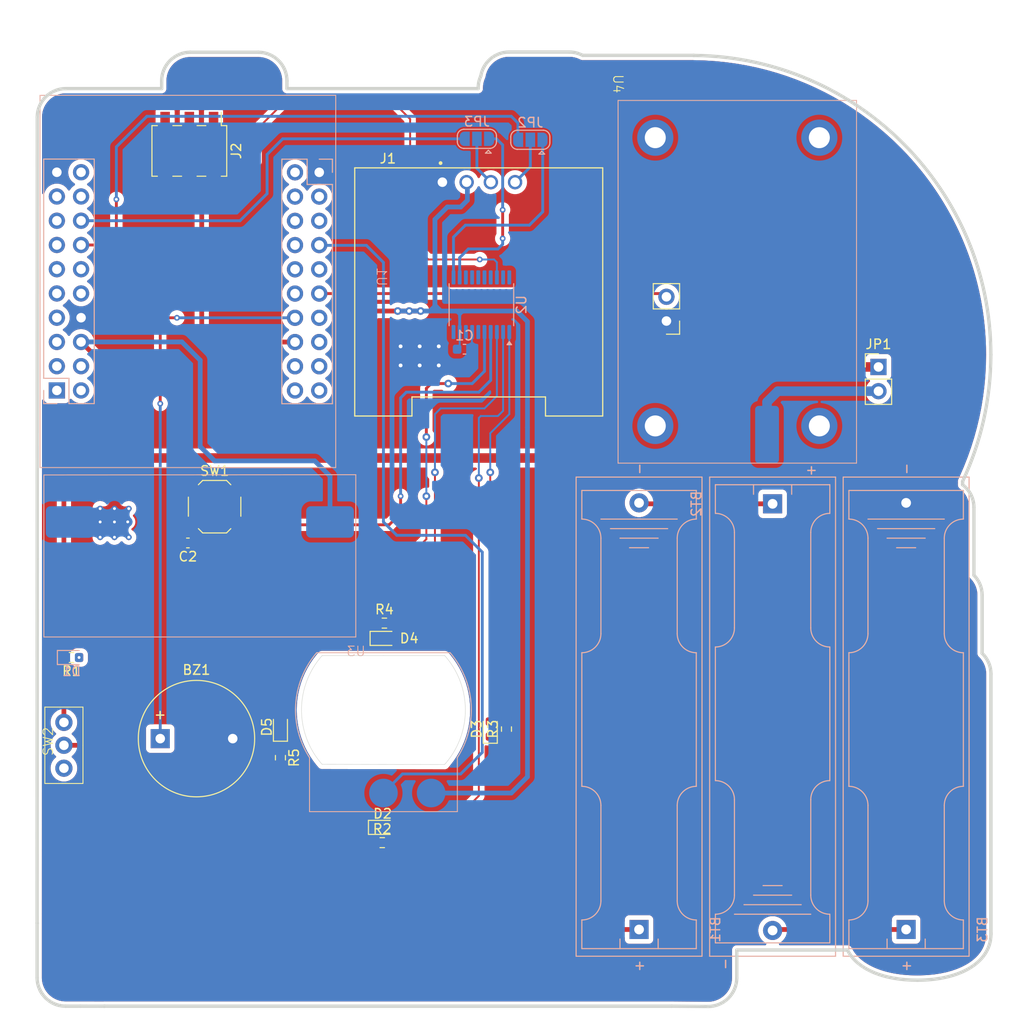
<source format=kicad_pcb>
(kicad_pcb (version 20241229) (generator "pcbnew") (generator_version "9.0")
  (layers (0 "F.Cu" signal) (2 "B.Cu" signal) (13 "F.Paste" user) (15 "B.Paste" user) (5 "F.SilkS" user "F.Silkscreen") (7 "B.SilkS" user "B.Silkscreen") (1 "F.Mask" user) (3 "B.Mask" user) (25 "Edge.Cuts" user))
  (net 0 "")
  (net 1 "Net-(BT1--)")
  (net 2 "Net-(BT2--)")
  (net 3 "GND")
  (net 4 "+5VP")
  (net 5 "/BUZZER")
  (net 6 "/RST")
  (net 7 "/SCL")
  (net 8 "+3.3V")
  (net 9 "/SDA")
  (net 10 "+9VA")
  (net 11 "+9V")
  (net 12 "+5V")
  (net 13 "/POT")
  (net 14 "Net-(D1-A)")
  (net 15 "/AD8317_OUT")
  (net 16 "/LED1")
  (net 17 "Net-(D2-K)")
  (net 18 "Net-(D3-K)")
  (net 19 "/LED2")
  (net 20 "Net-(D4-K)")
  (net 21 "/LED3")
  (net 22 "/LED4")
  (net 23 "Net-(D5-K)")
  (net 27 "/SWDIO")
  (net 61 "/SCL_ESP")
  (net 63 "/SDA_ESP")
  (net 66 "/CH3_SCL")
  (net 71 "/CH3_SDA")
  (footprint "Buzzer_Beeper:Buzzer_12x9.5RM7.6" (layer "F.Cu") (at 119.8 117.1)
    (property "Reference" "BZ1" (at 3.8 -7.2 0) (layer "F.SilkS"))
    (property "Value" "CYT1008")
    (fp_text user "+" (at -0.01 -2.54 0) (layer "F.SilkS"))
    (pad "1" thru_hole rect (at 0 0) (size 2 2) (drill 1) (layers "*.Cu" "*.Mask") (net 5 "/BUZZER"))
    (pad "2" thru_hole circle (at 7.6 0) (size 2 2) (drill 1) (layers "*.Cu" "*.Mask") (net 3 "GND"))
  )
  (footprint "Resistor_SMD:R_0603_1608Metric" (layer "F.Cu") (at 143.075 128)
    (property "Reference" "R2" (at 0 -1.43 0) (layer "F.SilkS"))
    (property "Value" "220")
    (pad "1" smd roundrect (at -0.825 0) (size 0.8 0.95) (layers "F.Cu" "F.Mask" "F.Paste") (net 17 "Net-(D2-K)"))
    (pad "2" smd roundrect (at 0.825 0) (size 0.8 0.95) (layers "F.Cu" "F.Mask" "F.Paste") (net 3 "GND"))
  )
  (footprint "Connector_PinHeader_2.54mm:PinHeader_1x02_P2.54mm_Vertical" (layer "F.Cu") (at 195.1 78.16)
    (property "Reference" "JP1" (at 0 -2.38 0) (layer "F.SilkS"))
    (property "Value" "Jumper_2_Bridged")
    (pad "1" thru_hole rect (at 0 0) (size 1.7 1.7) (drill 1) (layers "*.Cu" "*.Mask") (net 11 "+9V"))
    (pad "2" thru_hole circle (at 0 2.54) (size 1.7 1.7) (drill 1) (layers "*.Cu" "*.Mask") (net 10 "+9VA"))
  )
  (footprint "badge-44con-2025:MODULE_DM-OLED096-636" (layer "F.Cu") (at 153.19 70.3)
    (property "Reference" "J1" (at -9.525 -13.97 0) (layer "F.SilkS"))
    (property "Value" "128x64 OLED Display")
    (pad "1" thru_hole circle (at 3.81 -11.5) (size 1.508 1.508) (drill 1) (layers "*.Cu" "*.Mask") (net 9 "/SDA"))
    (pad "2" thru_hole circle (at 1.27 -11.5) (size 1.508 1.508) (drill 1) (layers "*.Cu" "*.Mask") (net 7 "/SCL"))
    (pad "3" thru_hole circle (at -1.27 -11.5) (size 1.508 1.508) (drill 1) (layers "*.Cu" "*.Mask") (net 8 "+3.3V"))
    (pad "4" thru_hole rect (at -3.81 -11.5) (size 1.508 1.508) (drill 1) (layers "*.Cu" "*.Mask") (net 3 "GND"))
  )
  (footprint "LED_SMD:LED_0603_1608Metric" (layer "F.Cu") (at 154.4 116.1 90)
    (property "Reference" "D3" (at 0 -1.43 90) (layer "F.SilkS"))
    (property "Value" "LED")
    (pad "1" smd roundrect (at -0.7875 0 90) (size 0.875 0.95) (layers "F.Cu" "F.Mask" "F.Paste") (net 18 "Net-(D3-K)"))
    (pad "2" smd roundrect (at 0.7875 0 90) (size 0.875 0.95) (layers "F.Cu" "F.Mask" "F.Paste") (net 19 "/LED2"))
  )
  (footprint "Button_Switch_SMD:SW_SPST_TL3342" (layer "F.Cu") (at 125.5 92.8)
    (property "Reference" "SW1" (at 0 -3.75 0) (layer "F.SilkS"))
    (property "Value" "RESET")
    (pad "1" smd rect (at -3.15 -1.9) (size 1.7 1) (layers "F.Cu" "F.Mask" "F.Paste") (net 3 "GND"))
    (pad "1" smd rect (at 3.15 -1.9) (size 1.7 1) (layers "F.Cu" "F.Mask" "F.Paste") (net 3 "GND"))
    (pad "2" smd rect (at -3.15 1.9) (size 1.7 1) (layers "F.Cu" "F.Mask" "F.Paste") (net 6 "/RST"))
    (pad "2" smd rect (at 3.15 1.9) (size 1.7 1) (layers "F.Cu" "F.Mask" "F.Paste") (net 6 "/RST"))
  )
  (footprint "LED_SMD:LED_0603_1608Metric" (layer "F.Cu") (at 132.4 115.8875 90)
    (property "Reference" "D5" (at 0 -1.43 90) (layer "F.SilkS"))
    (property "Value" "LED")
    (pad "1" smd roundrect (at -0.7875 0 90) (size 0.875 0.95) (layers "F.Cu" "F.Mask" "F.Paste") (net 23 "Net-(D5-K)"))
    (pad "2" smd roundrect (at 0.7875 0 90) (size 0.875 0.95) (layers "F.Cu" "F.Mask" "F.Paste") (net 22 "/LED4"))
  )
  (footprint "Resistor_SMD:R_0603_1608Metric" (layer "F.Cu") (at 143.3 105)
    (property "Reference" "R4" (at 0 -1.43 0) (layer "F.SilkS"))
    (property "Value" "220")
    (pad "1" smd roundrect (at -0.825 0) (size 0.8 0.95) (layers "F.Cu" "F.Mask" "F.Paste") (net 20 "Net-(D4-K)"))
    (pad "2" smd roundrect (at 0.825 0) (size 0.8 0.95) (layers "F.Cu" "F.Mask" "F.Paste") (net 3 "GND"))
  )
  (footprint "badge-44con-2025:AD8317" (layer "F.Cu") (at 167.8 50.2375 -90)
    (property "Reference" "U4" (at -1.7375 0 270) (layer "F.SilkS") (effects (font (thickness 0.1))))
    (property "Value" "AD8317_Module")
    (pad "" thru_hole circle (at 3.9 -21.1 270) (size 2.6 2.6) (drill 2.2) (layers "*.Cu" "*.Mask"))
    (pad "" connect circle (at 3.9 -21.1 270) (size 3.8 3.8) (layers "B.Cu" "B.Mask"))
    (pad "" thru_hole circle (at 3.9 -3.9 270) (size 2.6 2.6) (drill 2.2) (layers "*.Cu" "*.Mask"))
    (pad "" connect circle (at 3.9 -3.9 270) (size 3.8 3.8) (layers "B.Cu" "B.Mask"))
    (pad "" thru_hole circle (at 34.1 -21.1 270) (size 2.6 2.6) (drill 2.2) (layers "*.Cu" "*.Mask"))
    (pad "" connect circle (at 34.1 -21.1 270) (size 3.8 3.8) (layers "B.Cu" "B.Mask"))
    (pad "" thru_hole circle (at 34.1 -3.9 270) (size 2.6 2.6) (drill 2.2) (layers "*.Cu" "*.Mask"))
    (pad "" connect circle (at 34.1 -3.9 270) (size 3.8 3.8) (layers "B.Cu" "B.Mask"))
    (pad "1" smd roundrect (at 35 -15.6175 270) (size 6 2.5) (layers "B.Cu" "B.Mask" "B.Paste") (roundrect_rratio 0.15) (net 10 "+9VA"))
    (pad "2" smd roundrect (at 35 -10.5 270) (size 6 2.5) (layers "B.Cu" "B.Mask" "B.Paste") (roundrect_rratio 0.15) (net 3 "GND"))
    (pad "3" thru_hole rect (at 23.11 -5.07 180) (size 1.7 1.7) (drill 1) (layers "*.Cu" "*.Mask") (net 3 "GND"))
    (pad "4" thru_hole circle (at 20.57 -5.07 180) (size 1.7 1.7) (drill 1) (layers "*.Cu" "*.Mask") (net 15 "/AD8317_OUT"))
  )
  (footprint "Connector_PinHeader_2.54mm:PinHeader_2x03_P2.54mm_Vertical_SMD" (layer "F.Cu") (at 122.85 55.525 -90)
    (property "Reference" "J2" (at 0 -4.92 90) (layer "F.SilkS"))
    (property "Value" "Conn_02x03_Odd_Even")
    (pad "1" smd rect (at -2.525 -2.54 270) (size 3.15 1) (layers "F.Cu" "F.Mask" "F.Paste"))
    (pad "2" smd rect (at 2.525 -2.54 270) (size 3.15 1) (layers "F.Cu" "F.Mask" "F.Paste") (net 27 "/SWDIO"))
    (pad "3" smd rect (at -2.525 0 270) (size 3.15 1) (layers "F.Cu" "F.Mask" "F.Paste"))
    (pad "4" smd rect (at 2.525 0 270) (size 3.15 1) (layers "F.Cu" "F.Mask" "F.Paste"))
    (pad "5" smd rect (at -2.525 2.54 270) (size 3.15 1) (layers "F.Cu" "F.Mask" "F.Paste") (net 8 "+3.3V"))
    (pad "6" smd rect (at 2.525 2.54 270) (size 3.15 1) (layers "F.Cu" "F.Mask" "F.Paste") (net 3 "GND"))
  )
  (footprint "LED_SMD:LED_0603_1608Metric" (layer "F.Cu") (at 143.2875 106.6)
    (property "Reference" "D4" (at 2.6125 0 0) (layer "F.SilkS"))
    (property "Value" "LED")
    (pad "1" smd roundrect (at -0.7875 0) (size 0.875 0.95) (layers "F.Cu" "F.Mask" "F.Paste") (net 20 "Net-(D4-K)"))
    (pad "2" smd roundrect (at 0.7875 0) (size 0.875 0.95) (layers "F.Cu" "F.Mask" "F.Paste") (net 21 "/LED3"))
  )
  (footprint "Resistor_SMD:R_0603_1608Metric" (layer "F.Cu") (at 132.4 119.1 -90)
    (property "Reference" "R5" (at 0 -1.43 90) (layer "F.SilkS"))
    (property "Value" "220")
    (pad "1" smd roundrect (at -0.825 0 270) (size 0.8 0.95) (layers "F.Cu" "F.Mask" "F.Paste") (net 23 "Net-(D5-K)"))
    (pad "2" smd roundrect (at 0.825 0 270) (size 0.8 0.95) (layers "F.Cu" "F.Mask" "F.Paste") (net 3 "GND"))
  )
  (footprint "LED_SMD:LED_0603_1608Metric" (layer "F.Cu") (at 143.1125 126.4)
    (property "Reference" "D2" (at 0 -1.43 0) (layer "F.SilkS"))
    (property "Value" "LED")
    (pad "1" smd roundrect (at -0.7875 0) (size 0.875 0.95) (layers "F.Cu" "F.Mask" "F.Paste") (net 17 "Net-(D2-K)"))
    (pad "2" smd roundrect (at 0.7875 0) (size 0.875 0.95) (layers "F.Cu" "F.Mask" "F.Paste") (net 16 "/LED1"))
  )
  (footprint "Resistor_SMD:R_0603_1608Metric" (layer "F.Cu") (at 156.1 116.1 90)
    (property "Reference" "R3" (at 0 -1.43 90) (layer "F.SilkS"))
    (property "Value" "220")
    (pad "1" smd roundrect (at -0.825 0 90) (size 0.8 0.95) (layers "F.Cu" "F.Mask" "F.Paste") (net 18 "Net-(D3-K)"))
    (pad "2" smd roundrect (at 0.825 0 90) (size 0.8 0.95) (layers "F.Cu" "F.Mask" "F.Paste") (net 3 "GND"))
  )
  (footprint "badge-44con-2025:a12013100ux0116" (layer "F.Cu") (at 109.7 117.8 90)
    (property "Reference" "SW2" (at 0.4 -1.65 90) (layer "F.SilkS") (effects (font (thickness 0.1))))
    (property "Value" "SW_Nidec_CAS-120A1")
    (pad "1" thru_hole circle (at -2.4 0 90) (size 1.8 1.8) (drill 1) (layers "*.Cu" "*.Mask"))
    (pad "2" thru_hole circle (at 0 0 90) (size 1.8 1.8) (drill 1) (layers "*.Cu" "*.Mask") (net 4 "+5VP"))
    (pad "3" thru_hole circle (at 2.4 0 90) (size 1.8 1.8) (drill 1) (layers "*.Cu" "*.Mask") (net 12 "+5V"))
  )
  (footprint "Resistor_SMD:R_0603_1608Metric" (layer "F.Cu") (at 110.5 108.6 180)
    (property "Reference" "R1" (at 0 -1.43 0) (layer "F.SilkS"))
    (property "Value" "1k")
    (pad "1" smd roundrect (at -0.825 0 180) (size 0.8 0.95) (layers "F.Cu" "F.Mask" "F.Paste") (net 14 "Net-(D1-A)"))
    (pad "2" smd roundrect (at 0.825 0 180) (size 0.8 0.95) (layers "F.Cu" "F.Mask" "F.Paste") (net 12 "+5V"))
  )
  (footprint "Capacitor_SMD:C_0603_1608Metric" (layer "F.Cu") (at 122.7 96.6 180)
    (property "Reference" "C2" (at 0 -1.43 0) (layer "F.SilkS"))
    (property "Value" ".1uF")
    (pad "1" smd roundrect (at -0.775 0 180) (size 0.9 0.95) (layers "F.Cu" "F.Mask" "F.Paste") (net 3 "GND"))
    (pad "2" smd roundrect (at 0.775 0 180) (size 0.9 0.95) (layers "F.Cu" "F.Mask" "F.Paste") (net 6 "/RST"))
  )
  (footprint "Battery:BatteryHolder_Keystone_2466_1xAAA" (layer "B.Cu") (at 170 137.1 90)
    (property "Reference" "BT1" (at 0 8 90) (layer "B.SilkS") (effects (justify mirror)))
    (property "Value" "Battery_Cell")
    (fp_text user "+" (at -3.81 0 90) (layer "B.SilkS") (effects (justify mirror)))
    (fp_text user "-" (at 48.26 0 90) (layer "B.SilkS") (effects (justify mirror)))
    (pad "1" thru_hole rect (at 0 0 90) (size 2 2) (drill 1.02) (layers "*.Cu" "*.Mask") (net 4 "+5VP"))
    (pad "2" thru_hole circle (at 44.7 0 90) (size 2 2) (drill 1.02) (layers "*.Cu" "*.Mask") (net 1 "Net-(BT1--)"))
  )
  (footprint "LED_SMD:LED_0603_1608Metric" (layer "B.Cu") (at 110.5 108.6)
    (property "Reference" "D1" (at 0 1.43 0) (layer "B.SilkS") (effects (justify mirror)))
    (property "Value" "LED")
    (pad "1" smd roundrect (at -0.7875 0) (size 0.875 0.95) (layers "B.Cu" "B.Mask" "B.Paste") (net 3 "GND"))
    (pad "2" smd roundrect (at 0.7875 0) (size 0.875 0.95) (layers "B.Cu" "B.Mask" "B.Paste") (net 14 "Net-(D1-A)"))
  )
  (footprint "badge-44con-2025:MT3608" (layer "B.Cu") (at 140.3 106.45 180)
    (property "Reference" "U3" (at -0.025 -1.5 0) (layer "B.SilkS") (effects (font (thickness 0.1)) (justify mirror)))
    (property "Value" "MT3608_Boost_converter")
    (pad "1" smd roundrect (at 2.7 12.05 180) (size 5 3.3) (layers "B.Cu" "B.Mask" "B.Paste") (roundrect_rratio 0.15) (net 12 "+5V"))
    (pad "2" smd roundrect (at 2.575 5 180) (size 5 3.3) (layers "B.Cu" "B.Mask" "B.Paste") (roundrect_rratio 0.15) (net 3 "GND"))
    (pad "3" smd roundrect (at 30 12.05 180) (size 5 3.3) (layers "B.Cu" "B.Mask" "B.Paste") (roundrect_rratio 0.15) (net 11 "+9V"))
    (pad "4" smd roundrect (at 30 5 180) (size 5 3.3) (layers "B.Cu" "B.Mask" "B.Paste") (roundrect_rratio 0.15) (net 3 "GND"))
  )
  (footprint "badge-44con-2025:Potentiometer_generic" (layer "B.Cu") (at 143.2 114.1 180)
    (property "Reference" "RV1" (hide yes))
    (property "Value" "R_Potentiometer")
    (fp_line (start 0 5.7) (end 6.425 5.7) (stroke (width 0.05)) (layer "Edge.Cuts"))
    (fp_line (start 0 5.7) (end -6.425 5.7) (stroke (width 0.05)) (layer "Edge.Cuts"))
    (fp_line (start 0 -5.7) (end 6.435973 -5.687606) (stroke (width 0.05)) (layer "Edge.Cuts"))
    (fp_line (start 0 -5.7) (end -6.414018 -5.712353) (stroke (width 0.05)) (layer "Edge.Cuts"))
    (fp_arc (start 6.435973 -5.687606) (mid 8.588978 0.008278) (end 6.424998 5.700001) (stroke (width 0.05)) (layer "Edge.Cuts"))
    (fp_arc (start -6.425 5.7) (mid -8.588947 0.024725) (end -6.457711 -5.662914) (stroke (width 0.05)) (layer "Edge.Cuts"))
    (fp_arc (start -6.457709 -5.662914) (mid -6.435878 -5.687712) (end -6.413952 -5.712426) (stroke (width 0.05)) (layer "Edge.Cuts"))
    (pad "1" smd circle (at -5 -8.7 180) (size 3 3) (layers "B.Cu" "B.Mask" "B.Paste") (net 8 "+3.3V"))
    (pad "2" smd circle (at 0 -8.7 180) (size 3 3) (layers "B.Cu" "B.Mask" "B.Paste") (net 13 "/POT"))
    (pad "3" smd circle (at 5 -8.7 180) (size 3 3) (layers "B.Cu" "B.Mask" "B.Paste") (net 3 "GND"))
  )
  (footprint "Package_SO:TSSOP-20_4.4x6.5mm_P0.65mm" (layer "B.Cu") (at 153.47 71.64 90)
    (property "Reference" "U2" (at 0 4.2 90) (layer "B.SilkS") (effects (justify mirror)))
    (property "Value" "CH32V003FxPx")
    (pad "1" smd roundrect (at -2.8625 2.925 90) (size 1.475 0.4) (layers "B.Cu" "B.Mask" "B.Paste") (net 19 "/LED2"))
    (pad "2" smd roundrect (at -2.8625 2.275 90) (size 1.475 0.4) (layers "B.Cu" "B.Mask" "B.Paste") (net 16 "/LED1"))
    (pad "3" smd roundrect (at -2.8625 1.625 90) (size 1.475 0.4) (layers "B.Cu" "B.Mask" "B.Paste") (net 21 "/LED3"))
    (pad "4" smd roundrect (at -2.8625 0.975 90) (size 1.475 0.4) (layers "B.Cu" "B.Mask" "B.Paste") (net 6 "/RST"))
    (pad "5" smd roundrect (at -2.8625 0.325 90) (size 1.475 0.4) (layers "B.Cu" "B.Mask" "B.Paste") (net 22 "/LED4"))
    (pad "6" smd roundrect (at -2.8625 -0.325 90) (size 1.475 0.4) (layers "B.Cu" "B.Mask" "B.Paste"))
    (pad "7" smd roundrect (at -2.8625 -0.975 90) (size 1.475 0.4) (layers "B.Cu" "B.Mask" "B.Paste") (net 3 "GND"))
    (pad "8" smd roundrect (at -2.8625 -1.625 90) (size 1.475 0.4) (layers "B.Cu" "B.Mask" "B.Paste"))
    (pad "9" smd roundrect (at -2.8625 -2.275 90) (size 1.475 0.4) (layers "B.Cu" "B.Mask" "B.Paste") (net 8 "+3.3V"))
    (pad "10" smd roundrect (at -2.8625 -2.925 90) (size 1.475 0.4) (layers "B.Cu" "B.Mask" "B.Paste"))
    (pad "11" smd roundrect (at 2.8625 -2.925 90) (size 1.475 0.4) (layers "B.Cu" "B.Mask" "B.Paste") (net 71 "/CH3_SDA"))
    (pad "12" smd roundrect (at 2.8625 -2.275 90) (size 1.475 0.4) (layers "B.Cu" "B.Mask" "B.Paste") (net 66 "/CH3_SCL"))
    (pad "13" smd roundrect (at 2.8625 -1.625 90) (size 1.475 0.4) (layers "B.Cu" "B.Mask" "B.Paste"))
    (pad "14" smd roundrect (at 2.8625 -0.975 90) (size 1.475 0.4) (layers "B.Cu" "B.Mask" "B.Paste"))
    (pad "15" smd roundrect (at 2.8625 -0.325 90) (size 1.475 0.4) (layers "B.Cu" "B.Mask" "B.Paste"))
    (pad "16" smd roundrect (at 2.8625 0.325 90) (size 1.475 0.4) (layers "B.Cu" "B.Mask" "B.Paste"))
    (pad "17" smd roundrect (at 2.8625 0.975 90) (size 1.475 0.4) (layers "B.Cu" "B.Mask" "B.Paste"))
    (pad "18" smd roundrect (at 2.8625 1.625 90) (size 1.475 0.4) (layers "B.Cu" "B.Mask" "B.Paste") (net 27 "/SWDIO"))
    (pad "19" smd roundrect (at 2.8625 2.275 90) (size 1.475 0.4) (layers "B.Cu" "B.Mask" "B.Paste"))
    (pad "20" smd roundrect (at 2.8625 2.925 90) (size 1.475 0.4) (layers "B.Cu" "B.Mask" "B.Paste"))
  )
  (footprint "Battery:BatteryHolder_Keystone_2466_1xAAA" (layer "B.Cu") (at 184 92.5 -90)
    (property "Reference" "BT2" (at 0 8 90) (layer "B.SilkS") (effects (justify mirror)))
    (property "Value" "Battery_Cell")
    (fp_text user "-" (at 48.211862 5 90) (layer "B.SilkS") (effects (justify mirror)))
    (fp_text user "+" (at -3.5 -4 90) (layer "B.SilkS") (effects (justify mirror)))
    (pad "1" thru_hole rect (at 0 0 270) (size 2 2) (drill 1.02) (layers "*.Cu" "*.Mask") (net 1 "Net-(BT1--)"))
    (pad "2" thru_hole circle (at 44.7 0 270) (size 2 2) (drill 1.02) (layers "*.Cu" "*.Mask") (net 2 "Net-(BT2--)"))
  )
  (footprint "Capacitor_SMD:C_0603_1608Metric" (layer "B.Cu") (at 151.7 76.3 180)
    (property "Reference" "C1" (at 0 1.43 0) (layer "B.SilkS") (effects (justify mirror)))
    (property "Value" ".1uF")
    (pad "1" smd roundrect (at -0.775 0 180) (size 0.9 0.95) (layers "B.Cu" "B.Mask" "B.Paste") (net 3 "GND"))
    (pad "2" smd roundrect (at 0.775 0 180) (size 0.9 0.95) (layers "B.Cu" "B.Mask" "B.Paste") (net 8 "+3.3V"))
  )
  (footprint "Jumper:SolderJumper-3_P1.3mm_Open_RoundedPad1.0x1.5mm" (layer "B.Cu") (at 153 54.2575 180)
    (property "Reference" "JP3" (at 0 1.8 0) (layer "B.SilkS") (effects (justify mirror)))
    (property "Value" "Jumper_3_Open")
    (pad "1" smd custom (at -1.3 0 180) (size 1 0.5) (layers "B.Cu" "B.Mask") (net 66 "/CH3_SCL") (options (clearance outline) (anchor rect)) (primitives (gr_circle (center 0 -0.25) (end 0.5 -0.25) (width 0) (fill yes)) (gr_circle (center 0 0.25) (end 0.5 0.25) (width 0) (fill yes)) (gr_poly (pts (xy 0.55 -0.75) (xy 0 -0.75) (xy 0 0.75) (xy 0.55 0.75)) (width 0) (fill yes))))
    (pad "2" smd rect (at 0 0 180) (size 1 1.5) (layers "B.Cu" "B.Mask") (net 7 "/SCL"))
    (pad "3" smd custom (at 1.3 0 180) (size 1 0.5) (layers "B.Cu" "B.Mask") (net 61 "/SCL_ESP") (options (clearance outline) (anchor rect)) (primitives (gr_circle (center 0 -0.25) (end 0.5 -0.25) (width 0) (fill yes)) (gr_circle (center 0 0.25) (end 0.5 0.25) (width 0) (fill yes)) (gr_poly (pts (xy 0 -0.75) (xy -0.55 -0.75) (xy -0.55 0.75) (xy 0 0.75)) (width 0) (fill yes))))
  )
  (footprint "Jumper:SolderJumper-3_P1.3mm_Open_RoundedPad1.0x1.5mm" (layer "B.Cu") (at 158.6 54.3575 180)
    (property "Reference" "JP2" (at 0 1.8 0) (layer "B.SilkS") (effects (justify mirror)))
    (property "Value" "Jumper_3_Open")
    (pad "1" smd custom (at -1.3 0 180) (size 1 0.5) (layers "B.Cu" "B.Mask") (net 71 "/CH3_SDA") (options (clearance outline) (anchor rect)) (primitives (gr_circle (center 0 -0.25) (end 0.5 -0.25) (width 0) (fill yes)) (gr_circle (center 0 0.25) (end 0.5 0.25) (width 0) (fill yes)) (gr_poly (pts (xy 0.55 -0.75) (xy 0 -0.75) (xy 0 0.75) (xy 0.55 0.75)) (width 0) (fill yes))))
    (pad "2" smd rect (at 0 0 180) (size 1 1.5) (layers "B.Cu" "B.Mask") (net 9 "/SDA"))
    (pad "3" smd custom (at 1.3 0 180) (size 1 0.5) (layers "B.Cu" "B.Mask") (net 63 "/SDA_ESP") (options (clearance outline) (anchor rect)) (primitives (gr_circle (center 0 -0.25) (end 0.5 -0.25) (width 0) (fill yes)) (gr_circle (center 0 0.25) (end 0.5 0.25) (width 0) (fill yes)) (gr_poly (pts (xy 0 -0.75) (xy -0.55 -0.75) (xy -0.55 0.75) (xy 0 0.75)) (width 0) (fill yes))))
  )
  (footprint "badge-44con-2025:Wemos Mini D1 ESP WiFi + Bluetooth CP2104" (layer "B.Cu") (at 138.2 88.7 90)
    (property "Reference" "U1" (at 20 4.8 270) (layer "B.SilkS") (effects (font (thickness 0.1)) (justify mirror)))
    (property "Value" "ESP32-WEMOS D1 mini")
    (pad "1" thru_hole rect (at 30.93 -1.73 180) (size 1.7 1.7) (drill 1) (layers "*.Cu" "*.Mask") (net 3 "GND"))
    (pad "2" thru_hole circle (at 28.39 -1.73 180) (size 1.7 1.7) (drill 1) (layers "*.Cu" "*.Mask"))
    (pad "3" thru_hole circle (at 25.85 -1.73 180) (size 1.7 1.7) (drill 1) (layers "*.Cu" "*.Mask"))
    (pad "4" thru_hole circle (at 23.31 -1.73 180) (size 1.7 1.7) (drill 1) (layers "*.Cu" "*.Mask") (net 13 "/POT"))
    (pad "5" thru_hole circle (at 20.77 -1.73 180) (size 1.7 1.7) (drill 1) (layers "*.Cu" "*.Mask"))
    (pad "6" thru_hole circle (at 18.23 -1.73 180) (size 1.7 1.7) (drill 1) (layers "*.Cu" "*.Mask") (net 15 "/AD8317_OUT"))
    (pad "7" thru_hole circle (at 15.69 -1.73 180) (size 1.7 1.7) (drill 1) (layers "*.Cu" "*.Mask"))
    (pad "8" thru_hole circle (at 13.15 -1.73 180) (size 1.7 1.7) (drill 1) (layers "*.Cu" "*.Mask"))
    (pad "9" thru_hole circle (at 10.61 -1.73 180) (size 1.7 1.7) (drill 1) (layers "*.Cu" "*.Mask"))
    (pad "10" thru_hole circle (at 8.07 -1.73 180) (size 1.7 1.7) (drill 1) (layers "*.Cu" "*.Mask"))
    (pad "11" thru_hole circle (at 30.93 -4.27 180) (size 1.7 1.7) (drill 1) (layers "*.Cu" "*.Mask"))
    (pad "12" thru_hole circle (at 28.39 -4.27 180) (size 1.7 1.7) (drill 1) (layers "*.Cu" "*.Mask"))
    (pad "13" thru_hole circle (at 25.85 -4.27 180) (size 1.7 1.7) (drill 1) (layers "*.Cu" "*.Mask"))
    (pad "14" thru_hole circle (at 23.31 -4.27 180) (size 1.7 1.7) (drill 1) (layers "*.Cu" "*.Mask"))
    (pad "15" thru_hole circle (at 20.77 -4.27 180) (size 1.7 1.7) (drill 1) (layers "*.Cu" "*.Mask"))
    (pad "16" thru_hole circle (at 18.23 -4.27 180) (size 1.7 1.7) (drill 1) (layers "*.Cu" "*.Mask"))
    (pad "17" thru_hole circle (at 15.69 -4.27 180) (size 1.7 1.7) (drill 1) (layers "*.Cu" "*.Mask") (net 5 "/BUZZER"))
    (pad "18" thru_hole circle (at 13.15 -4.27 180) (size 1.7 1.7) (drill 1) (layers "*.Cu" "*.Mask") (net 8 "+3.3V"))
    (pad "19" thru_hole circle (at 10.61 -4.27 180) (size 1.7 1.7) (drill 1) (layers "*.Cu" "*.Mask"))
    (pad "20" thru_hole circle (at 8.07 -4.27 180) (size 1.7 1.7) (drill 1) (layers "*.Cu" "*.Mask"))
    (pad "21" thru_hole circle (at 30.94 -26.7) (size 1.7 1.7) (drill 1) (layers "*.Cu" "*.Mask"))
    (pad "22" thru_hole circle (at 28.4 -26.7) (size 1.7 1.7) (drill 1) (layers "*.Cu" "*.Mask"))
    (pad "23" thru_hole circle (at 25.86 -26.7) (size 1.7 1.7) (drill 1) (layers "*.Cu" "*.Mask") (net 61 "/SCL_ESP"))
    (pad "24" thru_hole circle (at 23.32 -26.7) (size 1.7 1.7) (drill 1) (layers "*.Cu" "*.Mask") (net 63 "/SDA_ESP"))
    (pad "25" thru_hole circle (at 20.78 -26.7) (size 1.7 1.7) (drill 1) (layers "*.Cu" "*.Mask"))
    (pad "26" thru_hole circle (at 18.24 -26.7) (size 1.7 1.7) (drill 1) (layers "*.Cu" "*.Mask"))
    (pad "27" thru_hole circle (at 15.7 -26.7) (size 1.7 1.7) (drill 1) (layers "*.Cu" "*.Mask") (net 3 "GND"))
    (pad "28" thru_hole circle (at 13.16 -26.7) (size 1.7 1.7) (drill 1) (layers "*.Cu" "*.Mask") (net 12 "+5V"))
    (pad "29" thru_hole circle (at 10.62 -26.7) (size 1.7 1.7) (drill 1) (layers "*.Cu" "*.Mask"))
    (pad "30" thru_hole circle (at 8.08 -26.7) (size 1.7 1.7) (drill 1) (layers "*.Cu" "*.Mask"))
    (pad "31" thru_hole circle (at 30.94 -29.24) (size 1.7 1.7) (drill 1) (layers "*.Cu" "*.Mask") (net 3 "GND"))
    (pad "32" thru_hole circle (at 28.4 -29.24) (size 1.7 1.7) (drill 1) (layers "*.Cu" "*.Mask"))
    (pad "33" thru_hole circle (at 25.86 -29.24) (size 1.7 1.7) (drill 1) (layers "*.Cu" "*.Mask"))
    (pad "34" thru_hole circle (at 23.32 -29.24) (size 1.7 1.7) (drill 1) (layers "*.Cu" "*.Mask"))
    (pad "35" thru_hole circle (at 20.78 -29.24) (size 1.7 1.7) (drill 1) (layers "*.Cu" "*.Mask"))
    (pad "36" thru_hole circle (at 18.24 -29.24) (size 1.7 1.7) (drill 1) (layers "*.Cu" "*.Mask"))
    (pad "37" thru_hole circle (at 15.7 -29.24) (size 1.7 1.7) (drill 1) (layers "*.Cu" "*.Mask"))
    (pad "38" thru_hole circle (at 13.16 -29.24) (size 1.7 1.7) (drill 1) (layers "*.Cu" "*.Mask"))
    (pad "39" thru_hole circle (at 10.62 -29.24) (size 1.7 1.7) (drill 1) (layers "*.Cu" "*.Mask"))
    (pad "40" thru_hole rect (at 8.08 -29.24) (size 1.7 1.7) (drill 1) (layers "*.Cu" "*.Mask"))
  )
  (footprint "Battery:BatteryHolder_Keystone_2466_1xAAA" (layer "B.Cu") (at 198 137.1 90)
    (property "Reference" "BT3" (at 0 8 90) (layer "B.SilkS") (effects (justify mirror)))
    (property "Value" "Battery_Cell")
    (fp_text user "-" (at 48.26 0 90) (layer "B.SilkS") (effects (justify mirror)))
    (fp_text user "+" (at -3.81 0 90) (layer "B.SilkS") (effects (justify mirror)))
    (pad "1" thru_hole rect (at 0 0 90) (size 2 2) (drill 1.02) (layers "*.Cu" "*.Mask") (net 2 "Net-(BT2--)"))
    (pad "2" thru_hole circle (at 44.7 0 90) (size 2 2) (drill 1.02) (layers "*.Cu" "*.Mask") (net 3 "GND"))
  )
  (gr_line (start 108.727416 144.901004) (end 108.642755 144.858673) (stroke (width 0.35)) (layer "Edge.Cuts"))
  (gr_line (start 109.905617 48.993251) (end 119.949084 48.993251) (stroke (width 0.35)) (layer "Edge.Cuts"))
  (gr_curve (pts (xy 130.08419 45.186841) (xy 131.742197 45.186841) (xy 133.082744 46.527365) (xy 133.082744 48.178351)) (stroke (width 0.35)) (layer "Edge.Cuts"))
  (gr_curve (pts (xy 108.173542 144.594095) (xy 108.028937 144.491799) (xy 107.894839 144.382441) (xy 107.76789 144.255449)) (stroke (width 0.35)) (layer "Edge.Cuts"))
  (gr_curve (pts (xy 206.889493 137.588074) (xy 206.889493 140.473735) (xy 203.788622 142.410443) (xy 199.174349 142.410443)) (stroke (width 0.35)) (layer "Edge.Cuts"))
  (gr_line (start 153.134195 48.993251) (end 153.134195 48.933264) (stroke (width 0.35)) (layer "Edge.Cuts"))
  (gr_line (start 108.392215 144.731681) (end 108.212385 144.622323) (stroke (width 0.35)) (layer "Edge.Cuts"))
  (gr_line (start 205.968723 102.078182) (end 205.968723 108.163477) (stroke (width 0.35)) (layer "Edge.Cuts"))
  (gr_line (start 113.909603 145.137376) (end 111.433143 145.133844) (stroke (width 0.35)) (layer "Edge.Cuts"))
  (gr_line (start 106.889493 142.138824) (end 106.889493 136.448631) (stroke (width 0.35)) (layer "Edge.Cuts"))
  (gr_line (start 122.947638 45.186841) (end 130.08419 45.186841) (stroke (width 0.35)) (layer "Edge.Cuts"))
  (gr_curve (pts (xy 106.907063 51.981208) (xy 106.907063 50.330244) (xy 108.251141 48.993251) (xy 109.905617 48.993251)) (stroke (width 0.35)) (layer "Edge.Cuts"))
  (gr_line (start 133.082744 48.993251) (end 153.134195 48.993251) (stroke (width 0.35)) (layer "Edge.Cuts"))
  (gr_line (start 111.433143 145.133844) (end 109.891492 145.133844) (stroke (width 0.35)) (layer "Edge.Cuts"))
  (gr_curve (pts (xy 107.348027 143.726293) (xy 107.312801 143.669837) (xy 107.27749 143.613404) (xy 107.245709 143.553439)) (stroke (width 0.35)) (layer "Edge.Cuts"))
  (gr_curve (pts (xy 205.968723 108.163477) (xy 206.536722 108.706736) (xy 206.889493 109.472264) (xy 206.889493 110.318901)) (stroke (width 0.35)) (layer "Edge.Cuts"))
  (gr_line (start 109.281205 145.070348) (end 109.27776 145.070348) (stroke (width 0.35)) (layer "Edge.Cuts"))
  (gr_line (start 177.2426 145.165582) (end 173.418531 145.133844) (stroke (width 0.35)) (layer "Edge.Cuts"))
  (gr_line (start 191.850818 139.249631) (end 180.244685 139.249631) (stroke (width 0.35)) (layer "Edge.Cuts"))
  (gr_curve (pts (xy 109.891492 145.133844) (xy 109.683412 145.133844) (xy 109.482309 145.112679) (xy 109.281205 145.070348)) (stroke (width 0.35)) (layer "Edge.Cuts"))
  (gr_line (start 119.949084 48.993251) (end 119.949084 48.178351) (stroke (width 0.35)) (layer "Edge.Cuts"))
  (gr_line (start 106.889493 136.448631) (end 106.889493 136.441569) (stroke (width 0.35)) (layer "Edge.Cuts"))
  (gr_curve (pts (xy 175.690356 45.511384) (xy 175.718605 45.511384) (xy 175.746854 45.514915) (xy 175.778548 45.518446)) (stroke (width 0.35)) (layer "Edge.Cuts"))
  (gr_line (start 113.966015 145.133844) (end 113.909603 145.137376) (stroke (width 0.35)) (layer "Edge.Cuts"))
  (gr_curve (pts (xy 162.683732 45.165675) (xy 163.184639 45.165675) (xy 163.660914 45.292668) (xy 164.07716 45.511384)) (stroke (width 0.35)) (layer "Edge.Cuts"))
  (gr_curve (pts (xy 180.244685 142.174093) (xy 180.244685 142.971358) (xy 179.923608 143.736865) (xy 179.355695 144.294248)) (stroke (width 0.35)) (layer "Edge.Cuts"))
  (gr_curve (pts (xy 199.174349 142.410443) (xy 195.516158 142.410443) (xy 192.810345 141.193402) (xy 191.850818 139.249631)) (stroke (width 0.35)) (layer "Edge.Cuts"))
  (gr_curve (pts (xy 153.134195 48.933264) (xy 153.134195 48.48526) (xy 153.232981 48.061931) (xy 153.409367 47.680932)) (stroke (width 0.35)) (layer "Edge.Cuts"))
  (gr_line (start 106.9 98.3) (end 106.907063 51.981208) (stroke (width 0.35)) (layer "Edge.Cuts"))
  (gr_line (start 206.889493 110.318901) (end 206.889493 137.464612) (stroke (width 0.35)) (layer "Edge.Cuts"))
  (gr_curve (pts (xy 175.778548 45.518446) (xy 192.958568 45.705425) (xy 206.8789 59.699834) (xy 206.8789 76.879772)) (stroke (width 0.35)) (layer "Edge.Cuts"))
  (gr_curve (pts (xy 107.76789 144.255449) (xy 107.662041 144.153132) (xy 107.566786 144.033202) (xy 107.475062 143.91325)) (stroke (width 0.35)) (layer "Edge.Cuts"))
  (gr_line (start 108.462838 144.774011) (end 108.392215 144.731681) (stroke (width 0.35)) (layer "Edge.Cuts"))
  (gr_curve (pts (xy 119.949084 48.178351) (xy 119.949084 46.527365) (xy 121.289545 45.186841) (xy 122.947638 45.186841)) (stroke (width 0.35)) (layer "Edge.Cuts"))
  (gr_line (start 203.922633 90.143943) (end 203.922633 90.507307) (stroke (width 0.35)) (layer "Edge.Cuts"))
  (gr_curve (pts (xy 206.889493 137.464612) (xy 206.889493 137.489309) (xy 206.885962 137.513984) (xy 206.885962 137.535149)) (stroke (width 0.35)) (layer "Edge.Cuts"))
  (gr_line (start 205.107982 92.877916) (end 205.107982 99.982723) (stroke (width 0.35)) (layer "Edge.Cuts"))
  (gr_curve (pts (xy 107.475062 143.91325) (xy 107.450344 143.877982) (xy 107.422095 143.842692) (xy 107.397463 143.807423)) (stroke (width 0.35)) (layer "Edge.Cuts"))
  (gr_line (start 164.07716 45.511384) (end 175.690356 45.511384) (stroke (width 0.35)) (layer "Edge.Cuts"))
  (gr_curve (pts (xy 206.8789 76.879772) (xy 206.8789 81.61748) (xy 205.817055 86.111776) (xy 203.922633 90.143943)) (stroke (width 0.35)) (layer "Edge.Cuts"))
  (gr_curve (pts (xy 205.107982 99.982723) (xy 205.64067 100.522451) (xy 205.968723 101.263283) (xy 205.968723 102.078182)) (stroke (width 0.35)) (layer "Edge.Cuts"))
  (gr_line (start 107.245709 143.553439) (end 107.22814 143.514617) (stroke (width 0.35)) (layer "Edge.Cuts"))
  (gr_curve (pts (xy 153.409367 47.680932) (xy 153.63872 46.255746) (xy 154.876864 45.165675) (xy 156.372696 45.165675)) (stroke (width 0.35)) (layer "Edge.Cuts"))
  (gr_curve (pts (xy 179.355695 144.294248) (xy 178.794758 144.851632) (xy 178.032804 145.165582) (xy 177.2426 145.165582)) (stroke (width 0.35)) (layer "Edge.Cuts"))
  (gr_curve (pts (xy 107.397463 143.807423) (xy 107.379807 143.782727) (xy 107.365682 143.754499) (xy 107.348027 143.726293)) (stroke (width 0.35)) (layer "Edge.Cuts"))
  (gr_line (start 108.642755 144.858673) (end 108.462838 144.774011) (stroke (width 0.35)) (layer "Edge.Cuts"))
  (gr_curve (pts (xy 206.885962 137.535149) (xy 206.885962 137.552805) (xy 206.889493 137.570439) (xy 206.889493 137.588074)) (stroke (width 0.35)) (layer "Edge.Cuts"))
  (gr_curve (pts (xy 108.999057 144.99979) (xy 108.97787 144.992728) (xy 108.953152 144.982156) (xy 108.932051 144.975093)) (stroke (width 0.35)) (layer "Edge.Cuts"))
  (gr_line (start 109.27776 145.070348) (end 108.999057 144.99979) (stroke (width 0.35)) (layer "Edge.Cuts"))
  (gr_line (start 156.372696 45.165675) (end 162.683732 45.165675) (stroke (width 0.35)) (layer "Edge.Cuts"))
  (gr_line (start 133.082744 48.178351) (end 133.082744 48.993251) (stroke (width 0.35)) (layer "Edge.Cuts"))
  (gr_curve (pts (xy 107.22814 143.514617) (xy 107.012911 143.101882) (xy 106.889493 142.636222) (xy 106.889493 142.138824)) (stroke (width 0.35)) (layer "Edge.Cuts"))
  (gr_line (start 180.244685 139.249631) (end 180.244685 142.174093) (stroke (width 0.35)) (layer "Edge.Cuts"))
  (gr_curve (pts (xy 203.922633 90.507307) (xy 204.6423 91.050566) (xy 205.107982 91.911327) (xy 205.107982 92.877916)) (stroke (width 0.35)) (layer "Edge.Cuts"))
  (gr_line (start 173.418531 145.133844) (end 113.966015 145.133844) (stroke (width 0.35)) (layer "Edge.Cuts"))
  (gr_curve (pts (xy 108.212385 144.622323) (xy 108.19826 144.611751) (xy 108.187666 144.601157) (xy 108.173542 144.594095)) (stroke (width 0.35)) (layer "Edge.Cuts"))
  (gr_curve (pts (xy 108.932051 144.975093) (xy 108.861428 144.950397) (xy 108.794422 144.929231) (xy 108.727416 144.901004)) (stroke (width 0.35)) (layer "Edge.Cuts"))
  (gr_line (start 106.889493 136.441569) (end 106.9 98.3) (stroke (width 0.35)) (layer "Edge.Cuts"))
  (segment (start 170.1 92.5) (end 170 92.4) (width 0.5) (layer "F.Cu") (net 1))
  (segment (start 184.1 92.5) (end 184 92.4) (width 0.5) (layer "F.Cu") (net 1))
  (segment (start 184 92.5) (end 170.1 92.5) (width 0.5) (layer "F.Cu") (net 1))
  (segment (start 184.1 137.1) (end 184 137.2) (width 0.5) (layer "F.Cu") (net 2))
  (segment (start 198 137.1) (end 184.1 137.1) (width 0.5) (layer "F.Cu") (net 2))
  (via (at 149 78) (size 0.8) (drill 0.4) (layers "F.Cu" "B.Cu") (net 3))
  (via (at 149 76) (size 0.8) (drill 0.4) (layers "F.Cu" "B.Cu") (net 3))
  (via (at 147 78) (size 0.8) (drill 0.4) (layers "F.Cu" "B.Cu") (net 3))
  (via (at 145 78) (size 0.8) (drill 0.4) (layers "F.Cu" "B.Cu") (net 3))
  (via (at 145 76) (size 0.8) (drill 0.4) (layers "F.Cu" "B.Cu") (net 3))
  (via (at 147 76) (size 0.8) (drill 0.4) (layers "F.Cu" "B.Cu") (net 3))
  (segment (start 152.475 76.3) (end 152.475 74.5225) (width 0.2) (layer "B.Cu") (net 3))
  (segment (start 152.475 74.5225) (end 152.495 74.5025) (width 0.2) (layer "B.Cu") (net 3))
  (segment (start 109.7 117.8) (end 111.8 117.8) (width 0.5) (layer "F.Cu") (net 4))
  (segment (start 111.8 117.8) (end 112.6 118.6) (width 0.5) (layer "F.Cu") (net 4))
  (segment (start 116.1 137.1) (end 170 137.1) (width 0.5) (layer "F.Cu") (net 4))
  (segment (start 112.6 133.6) (end 116.1 137.1) (width 0.5) (layer "F.Cu") (net 4))
  (segment (start 112.6 118.6) (end 112.6 133.6) (width 0.5) (layer "F.Cu") (net 4))
  (segment (start 120.61 73.01) (end 119.8 73.82) (width 0.3) (layer "F.Cu") (net 5))
  (segment (start 121.55 73.01) (end 120.61 73.01) (width 0.3) (layer "F.Cu") (net 5))
  (segment (start 119.8 73.82) (end 119.8 82) (width 0.3) (layer "F.Cu") (net 5))
  (via (at 119.8 82) (size 0.6) (drill 0.3) (layers "F.Cu" "B.Cu") (net 5))
  (via (at 121.55 73.01) (size 0.6) (drill 0.3) (layers "F.Cu" "B.Cu") (net 5))
  (segment (start 119.8 117.1) (end 119.8 82) (width 0.3) (layer "B.Cu") (net 5))
  (segment (start 121.55 73.01) (end 133.93 73.01) (width 0.3) (layer "B.Cu") (net 5))
  (segment (start 121.925 96.6) (end 121.925 95.125) (width 0.3) (layer "F.Cu") (net 6))
  (segment (start 121.925 95.125) (end 122.35 94.7) (width 0.3) (layer "F.Cu") (net 6))
  (segment (start 122.35 94.7) (end 128.65 94.7) (width 0.3) (layer "F.Cu") (net 6))
  (segment (start 128.65 94.7) (end 143.8 94.7) (width 0.3) (layer "F.Cu") (net 6))
  (segment (start 145 93.5) (end 145 91.7) (width 0.3) (layer "F.Cu") (net 6))
  (segment (start 144.7 93.8) (end 145 93.5) (width 0.3) (layer "F.Cu") (net 6))
  (segment (start 143.8 94.7) (end 144.7 93.8) (width 0.3) (layer "F.Cu") (net 6))
  (via (at 145 91.7) (size 0.6) (drill 0.3) (layers "F.Cu" "B.Cu") (net 6))
  (segment (start 154.445 79.555) (end 154.445 74.5025) (width 0.3) (layer "B.Cu") (net 6))
  (segment (start 145.6 80.8) (end 153.2 80.8) (width 0.3) (layer "B.Cu") (net 6))
  (segment (start 145 81.4) (end 145.6 80.8) (width 0.3) (layer "B.Cu") (net 6))
  (segment (start 145 91.7) (end 145 81.4) (width 0.3) (layer "B.Cu") (net 6))
  (segment (start 153.2 80.8) (end 154.445 79.555) (width 0.3) (layer "B.Cu") (net 6))
  (segment (start 153 57.34) (end 154.46 58.8) (width 0.3) (layer "B.Cu") (net 7))
  (segment (start 153 54.2575) (end 153 57.34) (width 0.3) (layer "B.Cu") (net 7))
  (segment (start 124.95 75.55) (end 130 75.55) (width 0.5) (layer "F.Cu") (net 8))
  (segment (start 123.8 55.75) (end 124.15 56.1) (width 0.5) (layer "F.Cu") (net 8))
  (segment (start 141 82.3) (end 140 83.3) (width 0.5) (layer "F.Cu") (net 8))
  (segment (start 144.7 72.3) (end 142.3 72.3) (width 0.5) (layer "F.Cu") (net 8))
  (segment (start 131.2 75.55) (end 130.5 75.55) (width 0.5) (layer "F.Cu") (net 8))
  (segment (start 140 83.3) (end 131.2 83.3) (width 0.5) (layer "F.Cu") (net 8))
  (segment (start 124.15 56.1) (end 124.15 74.75) (width 0.5) (layer "F.Cu") (net 8))
  (segment (start 124.15 74.75) (end 124.95 75.55) (width 0.5) (layer "F.Cu") (net 8))
  (segment (start 141 73.6) (end 141 82.3) (width 0.5) (layer "F.Cu") (net 8))
  (segment (start 120.95 55.75) (end 123.8 55.75) (width 0.5) (layer "F.Cu") (net 8))
  (segment (start 142.3 72.3) (end 141 73.6) (width 0.5) (layer "F.Cu") (net 8))
  (segment (start 131 75.55) (end 131.2 75.55) (width 0.5) (layer "F.Cu") (net 8))
  (segment (start 145.9 72.3) (end 144.7 72.3) (width 0.5) (layer "F.Cu") (net 8))
  (segment (start 130.5 76.1) (end 130.5 76.05) (width 0.5) (layer "F.Cu") (net 8))
  (segment (start 130.5 75.55) (end 130.5 76.1) (width 0.5) (layer "F.Cu") (net 8))
  (segment (start 130.5 76.05) (end 131 75.55) (width 0.5) (layer "F.Cu") (net 8))
  (segment (start 130.5 82.6) (end 130.5 76.1) (width 0.5) (layer "F.Cu") (net 8))
  (segment (start 131.2 83.3) (end 130.5 82.6) (width 0.5) (layer "F.Cu") (net 8))
  (segment (start 133.93 75.55) (end 131.2 75.55) (width 0.5) (layer "F.Cu") (net 8))
  (segment (start 147.1 72.3) (end 145.9 72.3) (width 0.5) (layer "F.Cu") (net 8))
  (segment (start 130.5 76.05) (end 130 75.55) (width 0.5) (layer "F.Cu") (net 8))
  (segment (start 120.46 55.26) (end 120.95 55.75) (width 0.5) (layer "F.Cu") (net 8))
  (segment (start 130.5 75.55) (end 130 75.55) (width 0.5) (layer "F.Cu") (net 8))
  (segment (start 120.46 53.075) (end 120.46 55.26) (width 0.5) (layer "F.Cu") (net 8))
  (via (at 144.7 72.3) (size 0.8) (drill 0.4) (layers "F.Cu" "B.Cu") (net 8))
  (via (at 145.9 72.3) (size 0.8) (drill 0.4) (layers "F.Cu" "B.Cu") (net 8))
  (via (at 147.1 72.3) (size 0.8) (drill 0.4) (layers "F.Cu" "B.Cu") (net 8))
  (segment (start 152 58.88) (end 151.92 58.8) (width 0.5) (layer "B.Cu") (net 8))
  (segment (start 149.2 72.3) (end 148.6 71.7) (width 0.5) (layer "B.Cu") (net 8))
  (segment (start 151.1 72.3) (end 150.8 72.3) (width 0.5) (layer "B.Cu") (net 8))
  (segment (start 152 60.7) (end 152 58.88) (width 0.5) (layer "B.Cu") (net 8))
  (segment (start 157.2 72.3) (end 151.6 72.3) (width 0.5) (layer "B.Cu") (net 8))
  (segment (start 158.3 84.5) (end 158.3 121.1) (width 0.5) (layer "B.Cu") (net 8))
  (segment (start 151.195 72.9) (end 151.195 72.705) (width 0.3) (layer "B.Cu") (net 8))
  (segment (start 151.195 72.9) (end 151.195 72.695) (width 0.3) (layer "B.Cu") (net 8))
  (segment (start 148.6 62.7) (end 149.9 61.4) (width 0.5) (layer "B.Cu") (net 8))
  (segment (start 147.1 72.3) (end 144.7 72.3) (width 0.5) (layer "B.Cu") (net 8))
  (segment (start 151.195 76.03) (end 151.195 74.5025) (width 0.2) (layer "B.Cu") (net 8))
  (segment (start 148.1 72.3) (end 149.2 72.3) (width 0.5) (layer "B.Cu") (net 8))
  (segment (start 151.195 72.705) (end 151.6 72.3) (width 0.3) (layer "B.Cu") (net 8))
  (segment (start 150.875 76.4) (end 150.875 76.025) (width 0.3) (layer "B.Cu") (net 8))
  (segment (start 147.1 72.3) (end 148.1 72.3) (width 0.5) (layer "B.Cu") (net 8))
  (segment (start 149.9 61.4) (end 151.3 61.4) (width 0.5) (layer "B.Cu") (net 8))
  (segment (start 151.195 74.5025) (end 151.195 72.9) (width 0.3) (layer "B.Cu") (net 8))
  (segment (start 151.195 72.9) (end 151.195 72.395) (width 0.3) (layer "B.Cu") (net 8))
  (segment (start 158.3 84.5) (end 158.3 73.4) (width 0.5) (layer "B.Cu") (net 8))
  (segment (start 148.6 71.7) (end 148.6 62.7) (width 0.5) (layer "B.Cu") (net 8))
  (segment (start 151.3 61.4) (end 152 60.7) (width 0.5) (layer "B.Cu") (net 8))
  (segment (start 158.3 73.4) (end 157.2 72.3) (width 0.5) (layer "B.Cu") (net 8))
  (segment (start 148.6 71.8) (end 148.1 72.3) (width 0.5) (layer "B.Cu") (net 8))
  (segment (start 151.6 72.3) (end 151.1 72.3) (width 0.5) (layer "B.Cu") (net 8))
  (segment (start 150.8 72.3) (end 149.2 72.3) (width 0.5) (layer "B.Cu") (net 8))
  (segment (start 148.6 71.7) (end 148.6 71.8) (width 0.5) (layer "B.Cu") (net 8))
  (segment (start 150.925 76.3) (end 151.195 76.03) (width 0.2) (layer "B.Cu") (net 8))
  (segment (start 158.3 121.1) (end 156.6 122.8) (width 0.5) (layer "B.Cu") (net 8))
  (segment (start 156.6 122.8) (end 148.2 122.8) (width 0.5) (layer "B.Cu") (net 8))
  (segment (start 151.195 72.695) (end 150.8 72.3) (width 0.3) (layer "B.Cu") (net 8))
  (segment (start 151.195 72.395) (end 151.1 72.3) (width 0.3) (layer "B.Cu") (net 8))
  (segment (start 158.6 57.2) (end 157 58.8) (width 0.3) (layer "B.Cu") (net 9))
  (segment (start 158.6 54.3575) (end 158.6 57.2) (width 0.3) (layer "B.Cu") (net 9))
  (segment (start 183.4175 81.8325) (end 184.55 80.7) (width 1) (layer "B.Cu") (net 10))
  (segment (start 184.55 80.7) (end 195.1 80.7) (width 1) (layer "B.Cu") (net 10))
  (segment (start 183.4175 85.2375) (end 183.4175 81.8325) (width 1) (layer "B.Cu") (net 10))
  (segment (start 167 78.16) (end 195.1 78.16) (width 1) (layer "F.Cu") (net 11))
  (segment (start 166.2 78.96) (end 167 78.16) (width 1) (layer "F.Cu") (net 11))
  (segment (start 115 93) (end 115 90.4) (width 1) (layer "F.Cu") (net 11))
  (segment (start 166.2 86) (end 166.2 78.96) (width 1) (layer "F.Cu") (net 11))
  (segment (start 164.5 87.7) (end 166.2 86) (width 1) (layer "F.Cu") (net 11))
  (segment (start 115 90.4) (end 117.7 87.7) (width 1) (layer "F.Cu") (net 11))
  (segment (start 117.7 87.7) (end 164.5 87.7) (width 1) (layer "F.Cu") (net 11))
  (via (at 116.5 96) (size 0.6) (drill 0.3) (layers "F.Cu" "B.Cu") (net 11))
  (via (at 115 94.4) (size 0.6) (drill 0.3) (layers "F.Cu" "B.Cu") (net 11))
  (via (at 113.5 96) (size 0.6) (drill 0.3) (layers "F.Cu" "B.Cu") (net 11))
  (via (at 115 93) (size 0.6) (drill 0.3) (layers "F.Cu" "B.Cu") (net 11))
  (via (at 113.5 94.4) (size 0.6) (drill 0.3) (layers "F.Cu" "B.Cu") (net 11))
  (via (at 113.5 93) (size 0.6) (drill 0.3) (layers "F.Cu" "B.Cu") (net 11))
  (via (at 116.5 93) (size 0.6) (drill 0.3) (layers "F.Cu" "B.Cu") (net 11))
  (via (at 115 96) (size 0.6) (drill 0.3) (layers "F.Cu" "B.Cu") (net 11))
  (via (at 116.39 94.39) (size 0.6) (drill 0.3) (layers "F.Cu" "B.Cu") (net 11))
  (segment (start 116.38 94.4) (end 116.39 94.39) (width 1) (layer "B.Cu") (net 11))
  (segment (start 115 94.4) (end 116.38 94.4) (width 1) (layer "B.Cu") (net 11))
  (segment (start 113.5 94.4) (end 115 94.4) (width 1) (layer "B.Cu") (net 11))
  (segment (start 110.3 94.4) (end 113.5 94.4) (width 1) (layer "B.Cu") (net 11))
  (segment (start 113.6 77.64) (end 111.5 75.54) (width 0.5) (layer "F.Cu") (net 12))
  (segment (start 109.7 89.5) (end 113.6 85.6) (width 0.5) (layer "F.Cu") (net 12))
  (segment (start 109.7 115.4) (end 109.7 89.5) (width 0.5) (layer "F.Cu") (net 12))
  (segment (start 113.6 85.6) (end 113.6 77.64) (width 0.5) (layer "F.Cu") (net 12))
  (segment (start 111.5 75.54) (end 122.07 75.54) (width 0.5) (layer "B.Cu") (net 12))
  (segment (start 123.99 86.5) (end 124 86.5) (width 0.5) (layer "B.Cu") (net 12))
  (segment (start 137.6 89.6) (end 137.6 94.4) (width 0.5) (layer "B.Cu") (net 12))
  (segment (start 125.5 88) (end 136 88) (width 0.5) (layer "B.Cu") (net 12))
  (segment (start 124 86.5) (end 125.5 88) (width 0.5) (layer "B.Cu") (net 12))
  (segment (start 123.99 77.46) (end 123.99 86.5) (width 0.5) (layer "B.Cu") (net 12))
  (segment (start 122.07 75.54) (end 123.99 77.46) (width 0.5) (layer "B.Cu") (net 12))
  (segment (start 136 88) (end 137.6 89.6) (width 0.5) (layer "B.Cu") (net 12))
  (segment (start 143.2 67.21) (end 141.41 65.42) (width 0.3) (layer "B.Cu") (net 13))
  (segment (start 153.56 118.54) (end 153.56 97.56) (width 0.3) (layer "B.Cu") (net 13))
  (segment (start 151.3 120.8) (end 153.56 118.54) (width 0.3) (layer "B.Cu") (net 13))
  (segment (start 143.2 122.8) (end 145.2 120.8) (width 0.3) (layer "B.Cu") (net 13))
  (segment (start 151.8 95.8) (end 144.6 95.8) (width 0.3) (layer "B.Cu") (net 13))
  (segment (start 153.56 97.56) (end 151.8 95.8) (width 0.3) (layer "B.Cu") (net 13))
  (segment (start 145.2 120.8) (end 151.3 120.8) (width 0.3) (layer "B.Cu") (net 13))
  (segment (start 141.41 65.42) (end 136.5 65.42) (width 0.3) (layer "B.Cu") (net 13))
  (segment (start 136.5 65.42) (end 136.47 65.39) (width 0.3) (layer "B.Cu") (net 13))
  (segment (start 144.6 95.8) (end 143.2 94.4) (width 0.3) (layer "B.Cu") (net 13))
  (segment (start 143.2 94.4) (end 143.2 67.21) (width 0.3) (layer "B.Cu") (net 13))
  (via (at 111.2875 108.6) (size 0.6) (drill 0.3) (layers "F.Cu" "B.Cu") (net 14))
  (segment (start 136.47 70.47) (end 172.5325 70.47) (width 0.3) (layer "F.Cu") (net 15))
  (segment (start 172.5325 70.47) (end 172.87 70.8075) (width 0.3) (layer "F.Cu") (net 15))
  (segment (start 149.9 126.4) (end 153.2 123.1) (width 0.2) (layer "F.Cu") (net 16))
  (segment (start 153.2 123.1) (end 153.2 91.4) (width 0.2) (layer "F.Cu") (net 16))
  (segment (start 143.9 126.4) (end 149.9 126.4) (width 0.2) (layer "F.Cu") (net 16))
  (segment (start 153.2 91.4) (end 153.2 89.8) (width 0.2) (layer "F.Cu") (net 16))
  (via (at 153.2 89.8) (size 0.8) (drill 0.4) (layers "F.Cu" "B.Cu") (net 16))
  (segment (start 155.745 82.755) (end 155.745 74.5025) (width 0.2) (layer "B.Cu") (net 16))
  (segment (start 153.2 89.8) (end 153.2 83.5) (width 0.2) (layer "B.Cu") (net 16))
  (segment (start 153.4 83.3) (end 155.2 83.3) (width 0.2) (layer "B.Cu") (net 16))
  (segment (start 155.2 83.3) (end 155.745 82.755) (width 0.2) (layer "B.Cu") (net 16))
  (segment (start 153.2 83.5) (end 153.4 83.3) (width 0.2) (layer "B.Cu") (net 16))
  (segment (start 142.325 126.4) (end 142.325 127.925) (width 0.3) (layer "F.Cu") (net 17))
  (segment (start 142.325 127.925) (end 142.25 128) (width 0.3) (layer "F.Cu") (net 17))
  (segment (start 154.4 116.8875) (end 156.0625 116.8875) (width 0.3) (layer "F.Cu") (net 18))
  (segment (start 156.0625 116.8875) (end 156.1 116.925) (width 0.3) (layer "F.Cu") (net 18))
  (segment (start 154.4 115.3125) (end 154.4 91.1) (width 0.2) (layer "F.Cu") (net 19))
  (segment (start 154.4 91.1) (end 154.4 89.2) (width 0.2) (layer "F.Cu") (net 19))
  (via (at 154.4 89.2) (size 0.8) (drill 0.4) (layers "F.Cu" "B.Cu") (net 19))
  (segment (start 154.4 85.1) (end 156.395 83.105) (width 0.2) (layer "B.Cu") (net 19))
  (segment (start 156.395 83.105) (end 156.395 74.5025) (width 0.2) (layer "B.Cu") (net 19))
  (segment (start 154.4 89.2) (end 154.4 85.1) (width 0.2) (layer "B.Cu") (net 19))
  (segment (start 142.5 106.6) (end 142.5 105.025) (width 0.3) (layer "F.Cu") (net 20))
  (segment (start 142.5 105.025) (end 142.475 105) (width 0.3) (layer "F.Cu") (net 20))
  (segment (start 146.6 106.6) (end 148.6 104.6) (width 0.2) (layer "F.Cu") (net 21))
  (segment (start 148.6 104.6) (end 148.6 89.2) (width 0.2) (layer "F.Cu") (net 21))
  (segment (start 144.075 106.6) (end 146.6 106.6) (width 0.2) (layer "F.Cu") (net 21))
  (via (at 148.6 89.2) (size 0.8) (drill 0.4) (layers "F.Cu" "B.Cu") (net 21))
  (segment (start 148.6 83.1) (end 149.2 82.5) (width 0.2) (layer "B.Cu") (net 21))
  (segment (start 149.2 82.5) (end 153.8 82.5) (width 0.2) (layer "B.Cu") (net 21))
  (segment (start 153.8 82.5) (end 155.095 81.205) (width 0.2) (layer "B.Cu") (net 21))
  (segment (start 148.6 89.2) (end 148.6 83.1) (width 0.2) (layer "B.Cu") (net 21))
  (segment (start 155.095 81.205) (end 155.095 74.5025) (width 0.2) (layer "B.Cu") (net 21))
  (segment (start 147.7 96.2) (end 145.3 98.6) (width 0.2) (layer "F.Cu") (net 22))
  (segment (start 135 98.6) (end 132.4 101.2) (width 0.2) (layer "F.Cu") (net 22))
  (segment (start 132.4 101.2) (end 132.4 115.1) (width 0.2) (layer "F.Cu") (net 22))
  (segment (start 147.7 91.7) (end 147.7 96.2) (width 0.2) (layer "F.Cu") (net 22))
  (segment (start 150 79.9) (end 148.2 79.9) (width 0.3) (layer "F.Cu") (net 22))
  (segment (start 147.7 85.5) (end 147.7 80.4) (width 0.3) (layer "F.Cu") (net 22))
  (segment (start 145.3 98.6) (end 135 98.6) (width 0.2) (layer "F.Cu") (net 22))
  (segment (start 148.2 79.9) (end 147.7 80.4) (width 0.3) (layer "F.Cu") (net 22))
  (via (at 147.7 85.5) (size 0.8) (drill 0.4) (layers "F.Cu" "B.Cu") (net 22))
  (via (at 147.7 91.7) (size 0.8) (drill 0.4) (layers "F.Cu" "B.Cu") (net 22))
  (via (at 150 79.9) (size 0.8) (drill 0.4) (layers "F.Cu" "B.Cu") (net 22))
  (segment (start 147.7 85.5) (end 147.7 91.7) (width 0.2) (layer "B.Cu") (net 22))
  (segment (start 153.795 77.505) (end 153.795 78.605) (width 0.3) (layer "B.Cu") (net 22))
  (segment (start 153.795 74.5025) (end 153.795 77.505) (width 0.3) (layer "B.Cu") (net 22))
  (segment (start 153.1 79.3) (end 152.5 79.9) (width 0.3) (layer "B.Cu") (net 22))
  (segment (start 152.5 79.9) (end 150 79.9) (width 0.3) (layer "B.Cu") (net 22))
  (segment (start 153.795 78.605) (end 153.1 79.3) (width 0.3) (layer "B.Cu") (net 22))
  (segment (start 132.4 116.675) (end 132.4 118.275) (width 0.3) (layer "F.Cu") (net 23))
  (segment (start 132.62 50.58) (end 144.39 50.58) (width 0.2) (layer "F.Cu") (net 27))
  (segment (start 125.615 58.05) (end 128.4 58.05) (width 0.2) (layer "F.Cu") (net 27))
  (segment (start 146 52.19) (end 146 65) (width 0.2) (layer "F.Cu") (net 27))
  (segment (start 144.39 50.58) (end 146 52.19) (width 0.2) (layer "F.Cu") (net 27))
  (segment (start 128.4 58.05) (end 129.85 56.6) (width 0.2) (layer "F.Cu") (net 27))
  (segment (start 146 65) (end 147.9 66.9) (width 0.2) (layer "F.Cu") (net 27))
  (segment (start 129.85 53.35) (end 132.62 50.58) (width 0.2) (layer "F.Cu") (net 27))
  (segment (start 129.85 56.6) (end 129.85 53.35) (width 0.2) (layer "F.Cu") (net 27))
  (segment (start 147.9 66.9) (end 153.3 66.9) (width 0.2) (layer "F.Cu") (net 27))
  (segment (start 125.54 58.125) (end 125.615 58.05) (width 0.2) (layer "F.Cu") (net 27))
  (via (at 153.3 66.9) (size 0.6) (drill 0.3) (layers "F.Cu" "B.Cu") (net 27))
  (segment (start 155.095 67.195) (end 155.095 68.7775) (width 0.2) (layer "B.Cu") (net 27))
  (segment (start 154.8 66.9) (end 155.095 67.195) (width 0.2) (layer "B.Cu") (net 27))
  (segment (start 153.3 66.9) (end 154.8 66.9) (width 0.2) (layer "B.Cu") (net 27))
  (segment (start 128.16 62.84) (end 131 60) (width 0.3) (layer "B.Cu") (net 61))
  (segment (start 132.6425 54.2575) (end 151.7 54.2575) (width 0.3) (layer "B.Cu") (net 61))
  (segment (start 131 55.9) (end 132.6425 54.2575) (width 0.3) (layer "B.Cu") (net 61))
  (segment (start 111.5 62.84) (end 128.16 62.84) (width 0.3) (layer "B.Cu") (net 61))
  (segment (start 131 60) (end 131 55.9) (width 0.3) (layer "B.Cu") (net 61))
  (segment (start 115.2 64) (end 113.82 65.38) (width 0.3) (layer "F.Cu") (net 63))
  (segment (start 113.82 65.38) (end 111.5 65.38) (width 0.3) (layer "F.Cu") (net 63))
  (segment (start 115.2 60.6) (end 115.2 64) (width 0.3) (layer "F.Cu") (net 63))
  (via (at 115.2 60.6) (size 0.6) (drill 0.3) (layers "F.Cu" "B.Cu") (net 63))
  (segment (start 115.2 55.1) (end 115.2 60.6) (width 0.3) (layer "B.Cu") (net 63))
  (segment (start 157.3 52.6) (end 156.6 51.9) (width 0.3) (layer "B.Cu") (net 63))
  (segment (start 156.6 51.9) (end 118.4 51.9) (width 0.3) (layer "B.Cu") (net 63))
  (segment (start 118.4 51.9) (end 118.3 52) (width 0.3) (layer "B.Cu") (net 63))
  (segment (start 118.3 52) (end 115.2 55.1) (width 0.3) (layer "B.Cu") (net 63))
  (segment (start 157.3 54.3575) (end 157.3 52.6) (width 0.3) (layer "B.Cu") (net 63))
  (segment (start 155.7 61.7) (end 155.7 64.7) (width 0.3) (layer "F.Cu") (net 66))
  (via (at 155.7 64.7) (size 0.6) (drill 0.3) (layers "F.Cu" "B.Cu") (net 66))
  (via (at 155.7 61.7) (size 0.6) (drill 0.3) (layers "F.Cu" "B.Cu") (net 66))
  (segment (start 151.195 66.705) (end 152.1 65.8) (width 0.3) (layer "B.Cu") (net 66))
  (segment (start 151.195 68.7775) (end 151.195 66.705) (width 0.3) (layer "B.Cu") (net 66))
  (segment (start 155.2 65.8) (end 155.7 65.3) (width 0.3) (layer "B.Cu") (net 66))
  (segment (start 155.7 54.9) (end 155.0575 54.2575) (width 0.3) (layer "B.Cu") (net 66))
  (segment (start 155.7 61.7) (end 155.7 54.9) (width 0.3) (layer "B.Cu") (net 66))
  (segment (start 155.7 65.3) (end 155.7 64.7) (width 0.3) (layer "B.Cu") (net 66))
  (segment (start 155.0575 54.2575) (end 154.3 54.2575) (width 0.3) (layer "B.Cu") (net 66))
  (segment (start 152.1 65.8) (end 155.2 65.8) (width 0.3) (layer "B.Cu") (net 66))
  (segment (start 150.545 64.555) (end 150.545 68.7775) (width 0.3) (layer "B.Cu") (net 71))
  (segment (start 159.9 54.3575) (end 159.9 61.9) (width 0.3) (layer "B.Cu") (net 71))
  (segment (start 151.8 63.3) (end 150.545 64.555) (width 0.3) (layer "B.Cu") (net 71))
  (segment (start 159.9 61.9) (end 158.5 63.3) (width 0.3) (layer "B.Cu") (net 71))
  (segment (start 158.5 63.3) (end 151.8 63.3) (width 0.3) (layer "B.Cu") (net 71))
  (zone (net 3) (net_name "GND") (layers "F.Cu" "B.Cu") (priority 1) (connect_pads yes (clearance 0.5)) (min_thickness 0.25) (fill yes (thermal_gap 0.5) (thermal_bridge_width 0.5))
    (polygon (pts (xy 103 43) (xy 209 43) (xy 209 147) (xy 103 147)))
  )
  (zone (net 11) (net_name "+9V") (layers "F.Cu" "B.Cu") (connect_pads yes (clearance 0.5)) (min_thickness 0.25) (fill yes (thermal_gap 0.5) (thermal_bridge_width 0.5))
    (polygon (pts (xy 111.06 92.02) (xy 111.051811 96.87) (xy 117.143671 96.87) (xy 117.115485 92.01487)))
  )
)
</source>
